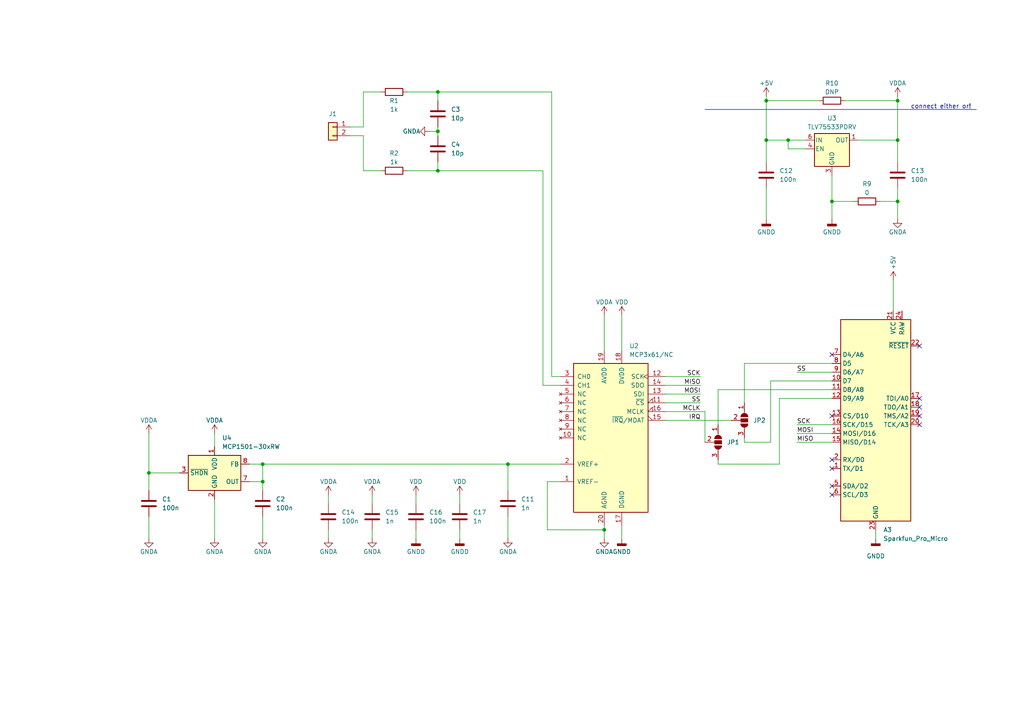
<source format=kicad_sch>
(kicad_sch (version 20230121) (generator eeschema)
  (paper "A4")
  (title_block (title "Sparkfun MCP3x6xR Breakout ") (date "2022-12-29") (rev "0.1") (company "Stefan Herold") (comment 1 "https://github.com/nerdyscout/Arduino_MCP3x6x_Library/pcb/Sparkfun") (comment 2 "ProMicro") (comment 4 "CERN-OHL-S-2.0"))
  (lib_symbols
    (symbol "Connector_Generic:Conn_01x02" (pin_names (offset 1.016) hide)
      (property "Reference" "J" (at 0 2.54 0))
      (property "Value" "Conn_01x02" (at 0 -5.08 0))
      (symbol "Conn_01x02_1_1"
        (rectangle (start -1.27 -2.413) (end 0 -2.667) (stroke (width 0.1524)))
        (rectangle (start -1.27 0.127) (end 0 -0.127) (stroke (width 0.1524)))
        (rectangle (start -1.27 1.27) (end 1.27 -3.81) (stroke (width 0.254)) (fill (type background)))
        (pin passive line (at -5.08 0 0) (length 3.81) (name "Pin_1") (number "1"))
        (pin passive line (at -5.08 -2.54 0) (length 3.81) (name "Pin_2") (number "2"))
      )
    )
    (symbol "Device:C" (pin_numbers hide) (pin_names (offset 0.254))
      (property "Reference" "C" (at 0.635 2.54 0))
      (property "Value" "C" (at 0.635 -2.54 0))
      (symbol "C_0_1"
        (polyline (pts (xy -2.032 -0.762) (xy 2.032 -0.762)) (stroke (width 0.508)))
        (polyline (pts (xy -2.032 0.762) (xy 2.032 0.762)) (stroke (width 0.508)))
      )
      (symbol "C_1_1"
        (pin passive line (at 0 3.81 270) (length 2.794) (name "~") (number "1"))
        (pin passive line (at 0 -3.81 90) (length 2.794) (name "~") (number "2"))
      )
    )
    (symbol "Device:R" (pin_numbers hide) (pin_names (offset 0))
      (property "Reference" "R" (at 2.032 0 90))
      (property "Value" "R" (at 0 0 90))
      (symbol "R_0_1"
        (rectangle (start -1.016 -2.54) (end 1.016 2.54) (stroke (width 0.254)))
      )
      (symbol "R_1_1"
        (pin passive line (at 0 3.81 270) (length 1.27) (name "~") (number "1"))
        (pin passive line (at 0 -3.81 90) (length 1.27) (name "~") (number "2"))
      )
    )
    (symbol "GNDD_1" (power) (pin_names (offset 0))
      (property "Value" "GNDD_1" (at 0 -3.175 0))
      (symbol "GNDD_1_0_1"
        (rectangle (start -1.27 -1.524) (end 1.27 -2.032) (stroke (width 0.254)) (fill (type outline)))
        (polyline (pts (xy 0 0) (xy 0 -1.524)))
      )
      (symbol "GNDD_1_1_1"
        (pin power_in line (at 0 0 270) (length 0) hide (name "GNDD") (number "1"))
      )
    )
    (symbol "Jumper:SolderJumper_3_Open" (pin_names (offset 0) hide)
      (property "Reference" "JP" (at -2.54 -2.54 0))
      (property "Value" "SolderJumper_3_Open" (at 0 2.794 0))
      (symbol "SolderJumper_3_Open_0_1"
        (arc (start -1.016 1.016) (mid -2.0276 0) (end -1.016 -1.016))
        (arc (start -1.016 1.016) (mid -2.0276 0) (end -1.016 -1.016) (fill (type outline)))
        (rectangle (start -0.508 1.016) (end 0.508 -1.016) (fill (type outline)))
        (polyline (pts (xy -2.54 0) (xy -2.032 0)))
        (polyline (pts (xy -1.016 1.016) (xy -1.016 -1.016)))
        (polyline (pts (xy 0 -1.27) (xy 0 -1.016)))
        (polyline (pts (xy 1.016 1.016) (xy 1.016 -1.016)))
        (polyline (pts (xy 2.54 0) (xy 2.032 0)))
        (arc (start 1.016 -1.016) (mid 2.0276 0) (end 1.016 1.016))
        (arc (start 1.016 -1.016) (mid 2.0276 0) (end 1.016 1.016) (fill (type outline)))
      )
      (symbol "SolderJumper_3_Open_1_1"
        (pin passive line (at -5.08 0 0) (length 2.54) (name "A") (number "1"))
        (pin passive line (at 0 -3.81 90) (length 2.54) (name "C") (number "2"))
        (pin passive line (at 5.08 0 180) (length 2.54) (name "B") (number "3"))
      )
    )
    (symbol "MCP3x6x:MCP3x61{slash}NC" (pin_names (offset 1.016))
      (property "Reference" "U" (at -11.43 22.86 0))
      (property "Value" "MCP3x61{slash}NC" (at 2.54 22.86 0))
      (symbol "MCP3x61{slash}NC_0_1"
        (rectangle (start -11.43 21.59) (end 10.16 -21.59) (stroke (width 0.254)) (fill (type background)))
      )
      (symbol "MCP3x61{slash}NC_1_1"
        (pin input line (at -15.24 -12.7 0) (length 3.81) (name "VREF-") (number "1"))
        (pin no_connect line (at -15.24 0 0) (length 3.81) (name "NC") (number "10"))
        (pin input input_low (at 15.24 10.16 180) (length 5.08) (name "~{CS}") (number "11"))
        (pin input clock (at 15.24 17.78 180) (length 5.08) (name "SCK") (number "12"))
        (pin input line (at 15.24 12.7 180) (length 5.08) (name "SDI") (number "13"))
        (pin output line (at 15.24 15.24 180) (length 5.08) (name "SDO") (number "14"))
        (pin open_collector output_low (at 15.24 5.08 180) (length 5.08) (name "~{IRQ}/MDAT") (number "15"))
        (pin input input_low (at 15.24 7.62 180) (length 5.08) (name "MCLK") (number "16"))
        (pin power_in line (at 2.54 -25.4 90) (length 3.81) (name "DGND") (number "17"))
        (pin power_in line (at 2.54 25.4 270) (length 3.81) (name "DVDD") (number "18"))
        (pin power_in line (at -2.54 25.4 270) (length 3.81) (name "AVDD") (number "19"))
        (pin input line (at -15.24 -7.62 0) (length 3.81) (name "VREF+") (number "2"))
        (pin power_in line (at -2.54 -25.4 90) (length 3.81) (name "AGND") (number "20"))
        (pin input line (at -15.24 17.78 0) (length 3.81) (name "CH0") (number "3"))
        (pin input line (at -15.24 15.24 0) (length 3.81) (name "CH1") (number "4"))
        (pin no_connect line (at -15.24 12.7 0) (length 3.81) (name "NC") (number "5"))
        (pin no_connect line (at -15.24 10.16 0) (length 3.81) (name "NC") (number "6"))
        (pin no_connect line (at -15.24 7.62 0) (length 3.81) (name "NC") (number "7"))
        (pin no_connect line (at -15.24 5.08 0) (length 3.81) (name "NC") (number "8"))
        (pin no_connect line (at -15.24 2.54 0) (length 3.81) (name "NC") (number "9"))
      )
    )
    (symbol "ProMicro:Sparkfun_Pro_Micro"
      (property "Reference" "A" (at -10.16 29.21 0))
      (property "Value" "Sparkfun_Pro_Micro" (at 2.54 -31.75 0))
      (symbol "Sparkfun_Pro_Micro_0_1"
        (rectangle (start -10.16 27.94) (end 10.16 -30.48) (stroke (width 0.254)) (fill (type background)))
      )
      (symbol "Sparkfun_Pro_Micro_1_1"
        (pin bidirectional line (at -12.7 -15.24 0) (length 2.54) (name "TX/D1") (number "1"))
        (pin bidirectional line (at -12.7 10.16 0) (length 2.54) (name "D7") (number "10"))
        (pin bidirectional line (at -12.7 7.62 0) (length 2.54) (name "D8/A8") (number "11"))
        (pin bidirectional line (at -12.7 5.08 0) (length 2.54) (name "D9/A9") (number "12"))
        (pin bidirectional line (at -12.7 0 0) (length 2.54) (name "CS/D10") (number "13"))
        (pin bidirectional line (at -12.7 -5.08 0) (length 2.54) (name "MOSI/D16") (number "14"))
        (pin bidirectional line (at -12.7 -7.62 0) (length 2.54) (name "MISO/D14") (number "15"))
        (pin bidirectional line (at -12.7 -2.54 0) (length 2.54) (name "SCK/D15") (number "16"))
        (pin bidirectional line (at 12.7 5.08 180) (length 2.54) (name "TDI/A0") (number "17"))
        (pin bidirectional line (at 12.7 2.54 180) (length 2.54) (name "TDO/A1") (number "18"))
        (pin bidirectional line (at 12.7 0 180) (length 2.54) (name "TMS/A2") (number "19"))
        (pin bidirectional line (at -12.7 -12.7 0) (length 2.54) (name "RX/D0") (number "2"))
        (pin bidirectional line (at 12.7 -2.54 180) (length 2.54) (name "TCK/A3") (number "20"))
        (pin power_in line (at 5.08 30.48 270) (length 2.54) (name "VCC") (number "21"))
        (pin input line (at 12.7 20.32 180) (length 2.54) (name "~{RESET}") (number "22"))
        (pin power_in line (at 0 -33.02 90) (length 2.54) (name "GND") (number "23"))
        (pin power_in line (at 7.62 30.48 270) (length 2.54) (name "RAW") (number "24"))
        (pin passive line (at 0 -33.02 90) (length 2.54) hide (name "GND") (number "3"))
        (pin passive line (at 0 -33.02 90) (length 2.54) hide (name "GND") (number "4"))
        (pin bidirectional line (at -12.7 -20.32 0) (length 2.54) (name "SDA/D2") (number "5"))
        (pin bidirectional line (at -12.7 -22.86 0) (length 2.54) (name "SCL/D3") (number "6"))
        (pin bidirectional line (at -12.7 17.78 0) (length 2.54) (name "D4/A6") (number "7"))
        (pin bidirectional line (at -12.7 15.24 0) (length 2.54) (name "D5") (number "8"))
        (pin bidirectional line (at -12.7 12.7 0) (length 2.54) (name "D6/A7") (number "9"))
      )
    )
    (symbol "Reference_Voltage:MCP1501-33xRW"
      (property "Reference" "U" (at -5.08 6.35 0))
      (property "Value" "MCP1501-33xRW" (at 10.16 6.35 0))
      (symbol "MCP1501-33xRW_0_0"
        (pin power_in line (at 0 7.62 270) (length 2.54) (name "VDD") (number "1"))
        (pin power_in line (at 0 -7.62 90) (length 2.54) (name "GND") (number "2"))
        (pin input line (at -10.16 0 0) (length 2.54) (name "~{SHDN}") (number "3"))
        (pin passive line (at 0 -7.62 90) (length 2.54) hide (name "GND") (number "4"))
        (pin passive line (at 0 -7.62 90) (length 2.54) hide (name "GND") (number "5"))
        (pin passive line (at 0 -7.62 90) (length 2.54) hide (name "GND") (number "6"))
        (pin power_out line (at 10.16 -2.54 180) (length 2.54) (name "OUT") (number "7"))
        (pin input line (at 10.16 2.54 180) (length 2.54) (name "FB") (number "8"))
      )
      (symbol "MCP1501-33xRW_0_1"
        (rectangle (start -7.62 5.08) (end 7.62 -5.08) (stroke (width 0.254)) (fill (type background)))
      )
    )
    (symbol "Regulator_Linear:TLV75533PDRV" (pin_names (offset 0.254))
      (property "Reference" "U" (at -3.81 5.715 0))
      (property "Value" "TLV75533PDRV" (at 0 5.715 0))
      (symbol "TLV75533PDRV_0_1"
        (rectangle (start -5.08 4.445) (end 5.08 -5.08) (stroke (width 0.254)) (fill (type background)))
      )
      (symbol "TLV75533PDRV_1_1"
        (pin power_out line (at 7.62 2.54 180) (length 2.54) (name "OUT") (number "1"))
        (pin no_connect line (at 5.08 0 180) (length 2.54) hide (name "NC") (number "2"))
        (pin power_in line (at 0 -7.62 90) (length 2.54) (name "GND") (number "3"))
        (pin input line (at -7.62 0 0) (length 2.54) (name "EN") (number "4"))
        (pin no_connect line (at 5.08 -2.54 180) (length 2.54) hide (name "NC") (number "5"))
        (pin power_in line (at -7.62 2.54 0) (length 2.54) (name "IN") (number "6"))
        (pin passive line (at 0 -7.62 90) (length 2.54) hide (name "GND") (number "7"))
      )
    )
    (symbol "power:+5V" (power) (pin_names (offset 0))
      (property "Value" "+5V" (at 0 3.556 0))
      (symbol "+5V_0_1"
        (polyline (pts (xy -0.762 1.27) (xy 0 2.54)))
        (polyline (pts (xy 0 0) (xy 0 2.54)))
        (polyline (pts (xy 0 2.54) (xy 0.762 1.27)))
      )
      (symbol "+5V_1_1"
        (pin power_in line (at 0 0 90) (length 0) hide (name "+5V") (number "1"))
      )
    )
    (symbol "power:GNDA" (power) (pin_names (offset 0))
      (property "Value" "GNDA" (at 0 -3.81 0))
      (symbol "GNDA_0_1"
        (polyline (pts (xy 0 0) (xy 0 -1.27) (xy 1.27 -1.27) (xy 0 -2.54) (xy -1.27 -1.27) (xy 0 -1.27)))
      )
      (symbol "GNDA_1_1"
        (pin power_in line (at 0 0 270) (length 0) hide (name "GNDA") (number "1"))
      )
    )
    (symbol "power:GNDD" (power) (pin_names (offset 0))
      (property "Value" "GNDD" (at 0 -3.175 0))
      (symbol "GNDD_0_1"
        (rectangle (start -1.27 -1.524) (end 1.27 -2.032) (stroke (width 0.254)) (fill (type outline)))
        (polyline (pts (xy 0 0) (xy 0 -1.524)))
      )
      (symbol "GNDD_1_1"
        (pin power_in line (at 0 0 270) (length 0) hide (name "GNDD") (number "1"))
      )
    )
    (symbol "power:VDD" (power) (pin_names (offset 0))
      (property "Value" "VDD" (at 0 3.81 0))
      (symbol "VDD_0_1"
        (polyline (pts (xy -0.762 1.27) (xy 0 2.54)))
        (polyline (pts (xy 0 0) (xy 0 2.54)))
        (polyline (pts (xy 0 2.54) (xy 0.762 1.27)))
      )
      (symbol "VDD_1_1"
        (pin power_in line (at 0 0 90) (length 0) hide (name "VDD") (number "1"))
      )
    )
    (symbol "power:VDDA" (power) (pin_names (offset 0))
      (property "Value" "VDDA" (at 0 3.81 0))
      (symbol "VDDA_0_1"
        (polyline (pts (xy -0.762 1.27) (xy 0 2.54)))
        (polyline (pts (xy 0 0) (xy 0 2.54)))
        (polyline (pts (xy 0 2.54) (xy 0.762 1.27)))
      )
      (symbol "VDDA_1_1"
        (pin power_in line (at 0 0 90) (length 0) hide (name "VDDA") (number "1"))
      )
    )
  )
  (junction (at 260.35 29.21))
  (junction (at 260.35 40.64))
  (junction (at 76.2 139.7))
  (junction (at 241.3 58.42))
  (junction (at 127 38.1))
  (junction (at 222.25 40.64))
  (junction (at 76.2 134.62))
  (junction (at 222.25 29.21))
  (junction (at 228.6 40.64))
  (junction (at 43.18 137.16))
  (junction (at 260.35 58.42))
  (junction (at 127 49.53))
  (junction (at 127 26.67))
  (junction (at 147.32 134.62))
  (junction (at 175.26 153.67))
  (no_connect (at 266.7 100.33))
  (no_connect (at 241.3 140.97))
  (no_connect (at 266.7 120.65))
  (no_connect (at 241.3 102.87))
  (no_connect (at 266.7 118.11))
  (no_connect (at 266.7 115.57))
  (no_connect (at 266.7 123.19))
  (no_connect (at 241.3 133.35))
  (no_connect (at 241.3 143.51))
  (no_connect (at 241.3 120.65))
  (no_connect (at 241.3 135.89))
  (wire (pts (xy 231.14 128.27) (xy 241.3 128.27)))
  (wire (pts (xy 105.41 26.67) (xy 110.49 26.67)))
  (wire (pts (xy 120.65 156.21) (xy 120.65 153.67)))
  (wire (pts (xy 203.2 114.3) (xy 193.04 114.3)))
  (wire (pts (xy 245.11 29.21) (xy 260.35 29.21)))
  (wire (pts (xy 208.28 134.62) (xy 226.06 134.62)))
  (wire (pts (xy 223.52 110.49) (xy 223.52 128.27)))
  (wire (pts (xy 231.14 107.95) (xy 241.3 107.95)))
  (wire (pts (xy 133.35 143.51) (xy 133.35 146.05)))
  (wire (pts (xy 72.39 134.62) (xy 76.2 134.62)))
  (wire (pts (xy 43.18 125.73) (xy 43.18 137.16)))
  (wire (pts (xy 180.34 91.44) (xy 180.34 101.6)))
  (wire (pts (xy 222.25 29.21) (xy 222.25 27.94)))
  (wire (pts (xy 72.39 139.7) (xy 76.2 139.7)))
  (wire (pts (xy 208.28 123.19) (xy 208.28 113.03)))
  (wire (pts (xy 228.6 40.64) (xy 222.25 40.64)))
  (wire (pts (xy 203.2 116.84) (xy 193.04 116.84)))
  (wire (pts (xy 105.41 49.53) (xy 105.41 39.37)))
  (wire (pts (xy 208.28 113.03) (xy 241.3 113.03)))
  (wire (pts (xy 260.35 29.21) (xy 260.35 27.94)))
  (wire (pts (xy 62.23 144.78) (xy 62.23 156.21)))
  (wire (pts (xy 231.14 123.19) (xy 241.3 123.19)))
  (wire (pts (xy 203.2 111.76) (xy 193.04 111.76)))
  (wire (pts (xy 95.25 156.21) (xy 95.25 153.67)))
  (polyline (pts (xy 204.47 31.75) (xy 283.21 31.75)))
  (wire (pts (xy 226.06 134.62) (xy 226.06 115.57)))
  (wire (pts (xy 233.68 40.64) (xy 228.6 40.64)))
  (wire (pts (xy 260.35 40.64) (xy 260.35 29.21)))
  (wire (pts (xy 222.25 54.61) (xy 222.25 63.5)))
  (wire (pts (xy 127 36.83) (xy 127 38.1)))
  (wire (pts (xy 43.18 137.16) (xy 52.07 137.16)))
  (wire (pts (xy 76.2 134.62) (xy 147.32 134.62)))
  (wire (pts (xy 147.32 134.62) (xy 147.32 142.24)))
  (wire (pts (xy 241.3 58.42) (xy 247.65 58.42)))
  (wire (pts (xy 215.9 105.41) (xy 215.9 116.84)))
  (wire (pts (xy 118.11 49.53) (xy 127 49.53)))
  (wire (pts (xy 180.34 152.4) (xy 180.34 156.21)))
  (wire (pts (xy 101.6 36.83) (xy 105.41 36.83)))
  (wire (pts (xy 147.32 149.86) (xy 147.32 156.21)))
  (wire (pts (xy 259.08 81.28) (xy 259.08 90.17)))
  (wire (pts (xy 260.35 54.61) (xy 260.35 58.42)))
  (wire (pts (xy 127 46.99) (xy 127 49.53)))
  (wire (pts (xy 204.47 128.27) (xy 204.47 119.38)))
  (wire (pts (xy 222.25 40.64) (xy 222.25 29.21)))
  (wire (pts (xy 260.35 40.64) (xy 260.35 46.99)))
  (wire (pts (xy 241.3 50.8) (xy 241.3 58.42)))
  (wire (pts (xy 228.6 43.18) (xy 228.6 40.64)))
  (wire (pts (xy 260.35 58.42) (xy 260.35 63.5)))
  (wire (pts (xy 226.06 115.57) (xy 241.3 115.57)))
  (wire (pts (xy 175.26 153.67) (xy 175.26 156.21)))
  (wire (pts (xy 147.32 134.62) (xy 162.56 134.62)))
  (wire (pts (xy 127 26.67) (xy 127 29.21)))
  (wire (pts (xy 62.23 125.73) (xy 62.23 129.54)))
  (wire (pts (xy 76.2 139.7) (xy 76.2 142.24)))
  (wire (pts (xy 43.18 149.86) (xy 43.18 156.21)))
  (wire (pts (xy 162.56 111.76) (xy 157.48 111.76)))
  (wire (pts (xy 162.56 139.7) (xy 158.75 139.7)))
  (wire (pts (xy 133.35 156.21) (xy 133.35 153.67)))
  (wire (pts (xy 110.49 49.53) (xy 105.41 49.53)))
  (wire (pts (xy 231.14 125.73) (xy 241.3 125.73)))
  (wire (pts (xy 193.04 121.92) (xy 212.09 121.92)))
  (wire (pts (xy 124.46 38.1) (xy 127 38.1)))
  (wire (pts (xy 120.65 143.51) (xy 120.65 146.05)))
  (wire (pts (xy 105.41 39.37) (xy 101.6 39.37)))
  (wire (pts (xy 107.95 156.21) (xy 107.95 153.67)))
  (wire (pts (xy 118.11 26.67) (xy 127 26.67)))
  (wire (pts (xy 175.26 91.44) (xy 175.26 101.6)))
  (wire (pts (xy 105.41 36.83) (xy 105.41 26.67)))
  (wire (pts (xy 208.28 133.35) (xy 208.28 134.62)))
  (wire (pts (xy 162.56 109.22) (xy 160.02 109.22)))
  (wire (pts (xy 241.3 58.42) (xy 241.3 63.5)))
  (wire (pts (xy 158.75 139.7) (xy 158.75 153.67)))
  (wire (pts (xy 254 153.67) (xy 254 156.21)))
  (wire (pts (xy 95.25 143.51) (xy 95.25 146.05)))
  (wire (pts (xy 255.27 58.42) (xy 260.35 58.42)))
  (wire (pts (xy 107.95 143.51) (xy 107.95 146.05)))
  (wire (pts (xy 157.48 49.53) (xy 127 49.53)))
  (wire (pts (xy 127 38.1) (xy 127 39.37)))
  (wire (pts (xy 248.92 40.64) (xy 260.35 40.64)))
  (wire (pts (xy 215.9 105.41) (xy 241.3 105.41)))
  (wire (pts (xy 241.3 110.49) (xy 223.52 110.49)))
  (wire (pts (xy 228.6 43.18) (xy 233.68 43.18)))
  (wire (pts (xy 43.18 137.16) (xy 43.18 142.24)))
  (wire (pts (xy 157.48 49.53) (xy 157.48 111.76)))
  (wire (pts (xy 76.2 134.62) (xy 76.2 139.7)))
  (wire (pts (xy 203.2 109.22) (xy 193.04 109.22)))
  (wire (pts (xy 222.25 29.21) (xy 237.49 29.21)))
  (wire (pts (xy 222.25 40.64) (xy 222.25 46.99)))
  (wire (pts (xy 76.2 149.86) (xy 76.2 156.21)))
  (wire (pts (xy 223.52 128.27) (xy 215.9 128.27)))
  (wire (pts (xy 175.26 152.4) (xy 175.26 153.67)))
  (wire (pts (xy 158.75 153.67) (xy 175.26 153.67)))
  (wire (pts (xy 160.02 26.67) (xy 127 26.67)))
  (wire (pts (xy 160.02 26.67) (xy 160.02 109.22)))
  (wire (pts (xy 215.9 128.27) (xy 215.9 127)))
  (wire (pts (xy 193.04 119.38) (xy 204.47 119.38)))
  (text "connect either or!" (at 264.16 31.75 0) (effects (font (size 1.27 1.27)) (justify left bottom)))
  (label "MCLK" (at 203.2 119.38 180))
  (label "SS" (at 203.2 116.84 180))
  (label "SS" (at 231.14 107.95 0))
  (label "MOSI" (at 231.14 125.73 0))
  (label "MOSI" (at 203.2 114.3 180))
  (label "MISO" (at 231.14 128.27 0))
  (label "IRQ" (at 203.2 121.92 180))
  (label "MISO" (at 203.2 111.76 180))
  (label "SCK" (at 203.2 109.22 180))
  (label "SCK" (at 231.14 123.19 0))
  (symbol (lib_id "Connector_Generic:Conn_01x02") (at 96.52 36.83 0) (mirror y) (unit 1)
    (property "Reference" "J1" (at 96.52 33.02 0))
    (property "Value" "Conn_01x02" (effects hide))
    (property "Footprint" "Connector_Coaxial:U.FL_Molex_MCRF_73412-0110_Vertical" (effects hide))
  )
  (symbol (lib_id "power:VDD") (at 133.35 143.51 0) (unit 1)
    (property "Reference" "#PWR0125" (effects hide))
    (property "Value" "VDD" (at 133.35 139.7 0))
  )
  (symbol (lib_id "Device:R") (at 114.3 49.53 90) (unit 1)
    (property "Reference" "R2" (at 114.3 44.45 90))
    (property "Value" "1k" (at 114.3 46.99 90))
    (property "Footprint" "Resistor_SMD:R_0402_1005Metric" (effects hide))
  )
  (symbol (lib_id "Device:R") (at 241.3 29.21 90) (unit 1)
    (property "Reference" "R10" (at 241.3 24.13 90))
    (property "Value" "DNP" (at 241.3 26.67 90))
    (property "Footprint" "Resistor_SMD:R_0402_1005Metric" (effects hide))
  )
  (symbol (lib_id "power:VDD") (at 180.34 91.44 0) (unit 1)
    (property "Reference" "#PWR0106" (effects hide))
    (property "Value" "VDD" (at 180.34 87.63 0))
  )
  (symbol (lib_id "power:GNDD") (at 222.25 63.5 0) (unit 1)
    (property "Reference" "#PWR0120" (effects hide))
    (property "Value" "GNDD" (at 222.25 67.31 0))
  )
  (symbol (lib_id "power:VDDA") (at 43.18 125.73 0) (unit 1)
    (property "Reference" "#PWR0110" (effects hide))
    (property "Value" "VDDA" (at 43.18 121.92 0))
  )
  (symbol (lib_id "power:GNDA") (at 107.95 156.21 0) (unit 1)
    (property "Reference" "#PWR0127" (effects hide))
    (property "Value" "GNDA" (at 107.95 160.02 0))
  )
  (symbol (lib_id "power:GNDD") (at 254 156.21 0) (unit 1)
    (property "Reference" "#PWR0101" (effects hide))
    (property "Value" "GNDD" (at 254 161.29 0))
  )
  (symbol (lib_id "power:GNDA") (at 62.23 156.21 0) (unit 1)
    (property "Reference" "#PWR0112" (effects hide))
    (property "Value" "GNDA" (at 62.23 160.02 0))
  )
  (symbol (lib_id "Device:C") (at 127 43.18 0) (unit 1)
    (property "Reference" "C4" (at 130.81 41.9099 0) (effects (justify left)))
    (property "Value" "10p" (at 130.81 44.4499 0) (effects (justify left)))
    (property "Footprint" "Capacitor_SMD:C_0402_1005Metric" (effects hide))
  )
  (symbol (lib_id "Device:C") (at 147.32 146.05 0) (unit 1)
    (property "Reference" "C11" (at 151.13 144.7799 0) (effects (justify left)))
    (property "Value" "1n" (at 151.13 147.3199 0) (effects (justify left)))
    (property "Footprint" "Capacitor_SMD:C_0402_1005Metric" (effects hide))
  )
  (symbol (lib_id "Device:C") (at 76.2 146.05 0) (unit 1)
    (property "Reference" "C2" (at 80.01 144.7799 0) (effects (justify left)))
    (property "Value" "100n" (at 80.01 147.3199 0) (effects (justify left)))
    (property "Footprint" "Capacitor_SMD:C_0402_1005Metric" (effects hide))
  )
  (symbol (lib_id "power:GNDA") (at 175.26 156.21 0) (unit 1)
    (property "Reference" "#PWR0105" (effects hide))
    (property "Value" "GNDA" (at 175.26 160.02 0))
  )
  (symbol (lib_name "GNDD_1") (lib_id "power:GNDD") (at 120.65 156.21 0) (unit 1)
    (property "Reference" "#PWR0129" (effects hide))
    (property "Value" "GNDD" (at 120.65 160.02 0))
  )
  (symbol (lib_id "power:VDDA") (at 175.26 91.44 0) (unit 1)
    (property "Reference" "#PWR0107" (effects hide))
    (property "Value" "VDDA" (at 175.26 87.63 0))
  )
  (symbol (lib_id "Device:C") (at 95.25 149.86 0) (unit 1)
    (property "Reference" "C14" (at 99.06 148.5899 0) (effects (justify left)))
    (property "Value" "100n" (at 99.06 151.1299 0) (effects (justify left)))
    (property "Footprint" "Capacitor_SMD:C_0402_1005Metric" (effects hide))
  )
  (symbol (lib_id "Jumper:SolderJumper_3_Open") (at 208.28 128.27 270) (unit 1)
    (property "Reference" "JP1" (at 210.82 128.2699 90) (effects (justify left)))
    (property "Value" "SolderJumper_3_Open" (effects hide))
    (property "Footprint" "Jumper:SolderJumper-3_P1.3mm_Open_RoundedPad1.0x1.5mm" (effects hide))
  )
  (symbol (lib_id "Device:C") (at 43.18 146.05 0) (unit 1)
    (property "Reference" "C1" (at 46.99 144.7799 0) (effects (justify left)))
    (property "Value" "100n" (at 46.99 147.3199 0) (effects (justify left)))
    (property "Footprint" "Capacitor_SMD:C_0402_1005Metric" (effects hide))
  )
  (symbol (lib_id "power:+5V") (at 259.08 81.28 0) (unit 1)
    (property "Reference" "#PWR0103" (effects hide))
    (property "Value" "+5V" (at 259.08 76.2 90))
  )
  (symbol (lib_id "power:VDD") (at 120.65 143.51 0) (unit 1)
    (property "Reference" "#PWR0124" (effects hide))
    (property "Value" "VDD" (at 120.65 139.7 0))
  )
  (symbol (lib_id "MCP3x6x:MCP3x61{slash}NC") (at 177.8 127 0) (unit 1)
    (property "Reference" "U2" (at 182.5341 100.33 0) (effects (justify left)))
    (property "Value" "MCP3x61/NC" (at 182.5341 102.87 0) (effects (justify left)))
    (property "Footprint" "Package_DFN_QFN:QFN-20-1EP_3x3mm_P0.4mm_EP1.65x1.65mm_ThermalVias" (effects hide))
  )
  (symbol (lib_id "Reference_Voltage:MCP1501-33xRW") (at 62.23 137.16 0) (unit 1)
    (property "Reference" "U4" (at 64.4241 127 0) (effects (justify left)))
    (property "Value" "MCP1501-30xRW" (at 64.4241 129.54 0) (effects (justify left)))
    (property "Footprint" "Package_DFN_QFN:WDFN-8-1EP_2x2mm_P0.5mm_EP0.8x1.2mm" (effects hide))
    (property "Datasheet" "http://ww1.microchip.com/downloads/en/DeviceDoc/20005474E.pdf" (effects hide))
  )
  (symbol (lib_id "power:GNDA") (at 260.35 63.5 0) (unit 1)
    (property "Reference" "#PWR0118" (effects hide))
    (property "Value" "GNDA" (at 260.35 67.31 0))
  )
  (symbol (lib_id "Device:C") (at 107.95 149.86 0) (unit 1)
    (property "Reference" "C15" (at 111.76 148.5899 0) (effects (justify left)))
    (property "Value" "1n" (at 111.76 151.1299 0) (effects (justify left)))
    (property "Footprint" "Capacitor_SMD:C_0402_1005Metric" (effects hide))
  )
  (symbol (lib_id "ProMicro:Sparkfun_Pro_Micro") (at 254 120.65 0) (unit 1)
    (property "Reference" "A3" (at 256.1941 153.67 0) (effects (justify left)))
    (property "Value" "Sparkfun_Pro_Micro" (at 256.1941 156.21 0) (effects (justify left)))
    (property "Footprint" "Module:Arduino_Nano" (effects hide))
  )
  (symbol (lib_id "Device:C") (at 120.65 149.86 0) (unit 1)
    (property "Reference" "C16" (at 124.46 148.5899 0) (effects (justify left)))
    (property "Value" "100n" (at 124.46 151.1299 0) (effects (justify left)))
    (property "Footprint" "Capacitor_SMD:C_0402_1005Metric" (effects hide))
  )
  (symbol (lib_id "power:+5V") (at 222.25 27.94 0) (mirror y) (unit 1)
    (property "Reference" "#PWR0117" (effects hide))
    (property "Value" "+5V" (at 222.25 24.13 0))
  )
  (symbol (lib_id "Device:R") (at 251.46 58.42 90) (unit 1)
    (property "Reference" "R9" (at 251.46 53.34 90))
    (property "Value" "0" (at 251.46 55.88 90))
    (property "Footprint" "Resistor_SMD:R_0402_1005Metric" (effects hide))
  )
  (symbol (lib_id "Regulator_Linear:TLV75533PDRV") (at 241.3 43.18 0) (unit 1)
    (property "Reference" "U3" (at 241.3 34.29 0))
    (property "Value" "TLV75533PDRV" (at 241.3 36.83 0))
    (property "Footprint" "Package_SON:WSON-6-1EP_2x2mm_P0.65mm_EP1x1.6mm" (effects hide))
    (property "Datasheet" "http://www.ti.com/lit/ds/symlink/tlv755p.pdf" (effects hide))
  )
  (symbol (lib_id "power:VDDA") (at 62.23 125.73 0) (unit 1)
    (property "Reference" "#PWR01" (effects hide))
    (property "Value" "VDDA" (at 62.23 121.92 0))
  )
  (symbol (lib_id "power:VDDA") (at 107.95 143.51 0) (unit 1)
    (property "Reference" "#PWR0128" (effects hide))
    (property "Value" "VDDA" (at 107.95 139.7 0))
  )
  (symbol (lib_id "power:GNDA") (at 43.18 156.21 0) (unit 1)
    (property "Reference" "#PWR0111" (effects hide))
    (property "Value" "GNDA" (at 43.18 160.02 0))
  )
  (symbol (lib_id "power:VDDA") (at 95.25 143.51 0) (unit 1)
    (property "Reference" "#PWR0123" (effects hide))
    (property "Value" "VDDA" (at 95.25 139.7 0))
  )
  (symbol (lib_name "GNDD_1") (lib_id "power:GNDD") (at 133.35 156.21 0) (unit 1)
    (property "Reference" "#PWR0126" (effects hide))
    (property "Value" "GNDD" (at 133.35 160.02 0))
  )
  (symbol (lib_name "GNDD_1") (lib_id "power:GNDD") (at 180.34 156.21 0) (unit 1)
    (property "Reference" "#PWR0104" (effects hide))
    (property "Value" "GNDD" (at 180.34 160.02 0))
  )
  (symbol (lib_id "power:VDDA") (at 260.35 27.94 0) (unit 1)
    (property "Reference" "#PWR0121" (effects hide))
    (property "Value" "VDDA" (at 260.35 24.13 0))
  )
  (symbol (lib_id "Device:C") (at 133.35 149.86 0) (unit 1)
    (property "Reference" "C17" (at 137.16 148.5899 0) (effects (justify left)))
    (property "Value" "1n" (at 137.16 151.1299 0) (effects (justify left)))
    (property "Footprint" "Capacitor_SMD:C_0402_1005Metric" (effects hide))
  )
  (symbol (lib_id "power:GNDA") (at 147.32 156.21 0) (unit 1)
    (property "Reference" "#PWR0109" (effects hide))
    (property "Value" "GNDA" (at 147.32 160.02 0))
  )
  (symbol (lib_id "power:GNDA") (at 76.2 156.21 0) (unit 1)
    (property "Reference" "#PWR0108" (effects hide))
    (property "Value" "GNDA" (at 76.2 160.02 0))
  )
  (symbol (lib_id "power:GNDA") (at 95.25 156.21 0) (unit 1)
    (property "Reference" "#PWR0122" (effects hide))
    (property "Value" "GNDA" (at 95.25 160.02 0))
  )
  (symbol (lib_id "power:GNDA") (at 124.46 38.1 270) (unit 1)
    (property "Reference" "#PWR0115" (effects hide))
    (property "Value" "GNDA" (at 119.38 38.1 90))
  )
  (symbol (lib_id "Device:C") (at 222.25 50.8 0) (unit 1)
    (property "Reference" "C12" (at 226.06 49.5299 0) (effects (justify left)))
    (property "Value" "100n" (at 226.06 52.0699 0) (effects (justify left)))
    (property "Footprint" "Capacitor_SMD:C_0402_1005Metric" (effects hide))
  )
  (symbol (lib_id "Device:C") (at 260.35 50.8 0) (unit 1)
    (property "Reference" "C13" (at 264.16 49.5299 0) (effects (justify left)))
    (property "Value" "100n" (at 264.16 52.0699 0) (effects (justify left)))
    (property "Footprint" "Capacitor_SMD:C_0402_1005Metric" (effects hide))
  )
  (symbol (lib_id "Jumper:SolderJumper_3_Open") (at 215.9 121.92 270) (unit 1)
    (property "Reference" "JP2" (at 218.44 121.9199 90) (effects (justify left)))
    (property "Value" "SolderJumper_3_Open" (effects hide))
    (property "Footprint" "Jumper:SolderJumper-3_P1.3mm_Open_RoundedPad1.0x1.5mm" (effects hide))
  )
  (symbol (lib_id "Device:C") (at 127 33.02 0) (unit 1)
    (property "Reference" "C3" (at 130.81 31.7499 0) (effects (justify left)))
    (property "Value" "10p" (at 130.81 34.2899 0) (effects (justify left)))
    (property "Footprint" "Capacitor_SMD:C_0402_1005Metric" (effects hide))
  )
  (symbol (lib_id "power:GNDD") (at 241.3 63.5 0) (unit 1)
    (property "Reference" "#PWR0119" (effects hide))
    (property "Value" "GNDD" (at 241.3 67.31 0))
  )
  (symbol (lib_id "Device:R") (at 114.3 26.67 90) (unit 1)
    (property "Reference" "R1" (at 114.3 29.21 90))
    (property "Value" "1k" (at 114.3 31.75 90))
    (property "Footprint" "Resistor_SMD:R_0402_1005Metric" (effects hide))
  )
)
</source>
